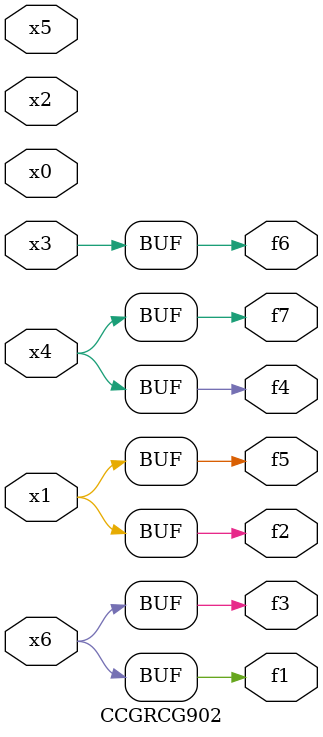
<source format=v>
module CCGRCG902(
	input x0, x1, x2, x3, x4, x5, x6,
	output f1, f2, f3, f4, f5, f6, f7
);
	assign f1 = x6;
	assign f2 = x1;
	assign f3 = x6;
	assign f4 = x4;
	assign f5 = x1;
	assign f6 = x3;
	assign f7 = x4;
endmodule

</source>
